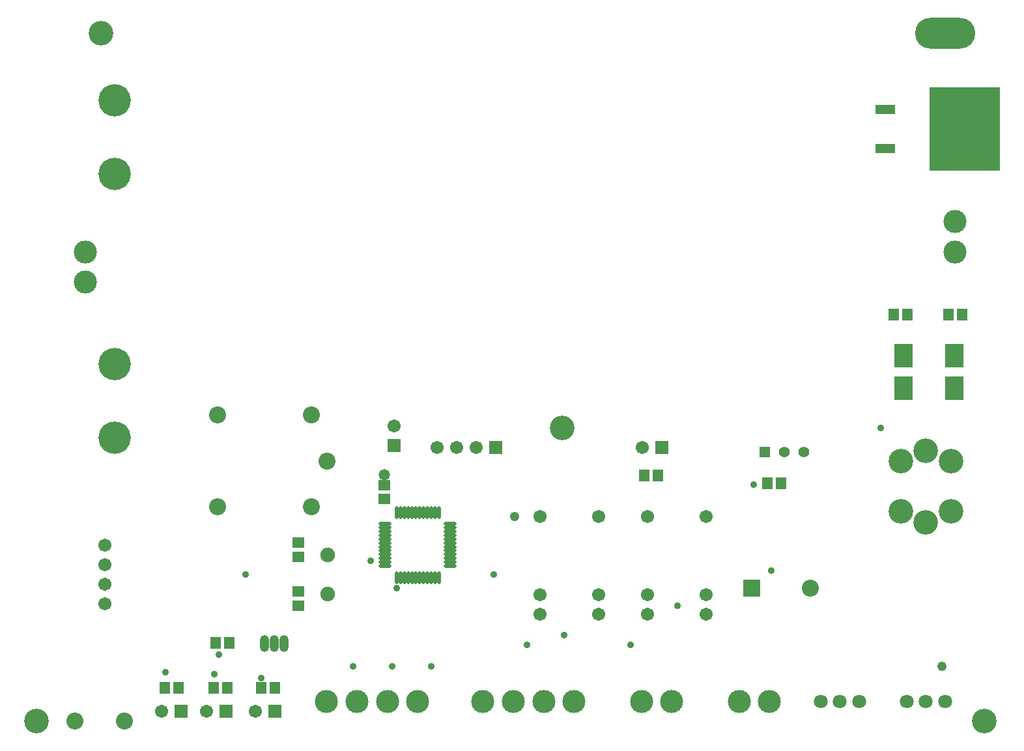
<source format=gts>
%FSTAX25Y25*%
%MOIN*%
G70*
G01*
G75*
G04 Layer_Color=8388736*
%ADD10R,0.04724X0.05512*%
%ADD11R,0.35039X0.41929*%
%ADD12R,0.09449X0.04134*%
%ADD13R,0.05512X0.04724*%
%ADD14R,0.08465X0.11221*%
%ADD15O,0.01181X0.05709*%
%ADD16O,0.05709X0.01181*%
%ADD17C,0.01000*%
%ADD18C,0.01500*%
%ADD19C,0.03000*%
%ADD20C,0.02000*%
%ADD21C,0.11811*%
%ADD22C,0.11000*%
%ADD23C,0.06693*%
%ADD24O,0.03937X0.07874*%
%ADD25O,0.03937X0.07874*%
%ADD26C,0.07874*%
%ADD27R,0.04724X0.04724*%
%ADD28C,0.04724*%
%ADD29C,0.15748*%
%ADD30C,0.05906*%
%ADD31R,0.05906X0.05906*%
%ADD32R,0.07874X0.07874*%
%ADD33R,0.05906X0.05906*%
%ADD34O,0.30000X0.15000*%
%ADD35C,0.06299*%
%ADD36C,0.05000*%
%ADD37C,0.04000*%
%ADD38C,0.02756*%
%ADD39R,0.02362X0.03347*%
%ADD40R,0.03347X0.02362*%
%ADD41R,0.06693X0.06693*%
%ADD42R,0.06693X0.06693*%
%ADD43C,0.05000*%
%ADD44C,0.10000*%
%ADD45C,0.00984*%
%ADD46C,0.00787*%
%ADD47C,0.02362*%
%ADD48R,0.05524X0.06312*%
%ADD49R,0.35839X0.42729*%
%ADD50R,0.10249X0.04934*%
%ADD51R,0.06312X0.05524*%
%ADD52R,0.09265X0.12020*%
%ADD53O,0.01981X0.06509*%
%ADD54O,0.06509X0.01981*%
%ADD55C,0.12611*%
%ADD56C,0.11800*%
%ADD57C,0.07493*%
%ADD58O,0.04737X0.08674*%
%ADD59O,0.04737X0.08674*%
%ADD60C,0.08674*%
%ADD61R,0.05524X0.05524*%
%ADD62C,0.05524*%
%ADD63C,0.16548*%
%ADD64C,0.06706*%
%ADD65R,0.06706X0.06706*%
%ADD66R,0.08674X0.08674*%
%ADD67R,0.06706X0.06706*%
%ADD68O,0.30800X0.15800*%
%ADD69C,0.07099*%
%ADD70C,0.05800*%
%ADD71C,0.04800*%
%ADD72C,0.03556*%
D48*
X0129957Y0027D02*
D03*
X0137043D02*
D03*
X0105457D02*
D03*
X0112543D02*
D03*
X0080457D02*
D03*
X0087543D02*
D03*
X0388957Y01315D02*
D03*
X0396043D02*
D03*
X0113543Y005D02*
D03*
X0106457D02*
D03*
X0333043Y01355D02*
D03*
X0325957D02*
D03*
X0460543Y0218D02*
D03*
X0453457D02*
D03*
X0481457Y0218D02*
D03*
X0488543D02*
D03*
D49*
X0489976Y0313D02*
D03*
D50*
X0449228Y0303D02*
D03*
Y0323D02*
D03*
D51*
X0149Y0068957D02*
D03*
Y0076043D02*
D03*
X0149Y0101043D02*
D03*
Y0093957D02*
D03*
X0193Y0123457D02*
D03*
Y0130543D02*
D03*
D52*
X04845Y0196768D02*
D03*
Y0180232D02*
D03*
X04585Y0196768D02*
D03*
Y0180232D02*
D03*
D53*
X0199173Y0116634D02*
D03*
X0201142D02*
D03*
X020311D02*
D03*
X0205079D02*
D03*
X0207047D02*
D03*
X0209016D02*
D03*
X0210984D02*
D03*
X0212953D02*
D03*
X0214921D02*
D03*
X021689D02*
D03*
X0218858D02*
D03*
X0220827D02*
D03*
Y0083366D02*
D03*
X0218858D02*
D03*
X021689D02*
D03*
X0214921D02*
D03*
X0212953D02*
D03*
X0210984D02*
D03*
X0209016D02*
D03*
X0207047D02*
D03*
X0205079D02*
D03*
X020311D02*
D03*
X0201142D02*
D03*
X0199173D02*
D03*
D54*
X0226634Y0110827D02*
D03*
Y0108858D02*
D03*
Y010689D02*
D03*
Y0104921D02*
D03*
Y0102953D02*
D03*
Y0100984D02*
D03*
Y0099016D02*
D03*
Y0097047D02*
D03*
Y0095079D02*
D03*
Y009311D02*
D03*
Y0091142D02*
D03*
Y0089173D02*
D03*
X0193366D02*
D03*
Y0091142D02*
D03*
Y009311D02*
D03*
Y0095079D02*
D03*
Y0097047D02*
D03*
Y0099016D02*
D03*
Y0100984D02*
D03*
Y0102953D02*
D03*
Y0104921D02*
D03*
Y010689D02*
D03*
Y0108858D02*
D03*
Y0110827D02*
D03*
D55*
X0284Y016D02*
D03*
X047Y0148307D02*
D03*
X0482945Y0142945D02*
D03*
X047Y0111693D02*
D03*
X0457055Y0117055D02*
D03*
Y0142945D02*
D03*
X0482945Y0117055D02*
D03*
X0015Y001D02*
D03*
X05Y001D02*
D03*
X0048Y0362D02*
D03*
D56*
X0485Y0265591D02*
D03*
Y025D02*
D03*
X004Y0234409D02*
D03*
Y025D02*
D03*
X0163228Y002D02*
D03*
X0178819D02*
D03*
X0194409D02*
D03*
X021D02*
D03*
X0243228D02*
D03*
X0258819D02*
D03*
X027441D02*
D03*
X029D02*
D03*
X032441D02*
D03*
X034D02*
D03*
X037441D02*
D03*
X039D02*
D03*
D57*
X0164Y0095D02*
D03*
Y0075D02*
D03*
D58*
X01315Y00495D02*
D03*
X01415D02*
D03*
D59*
X01365D02*
D03*
D60*
X0034409Y001D02*
D03*
X006D02*
D03*
X0410917Y0078D02*
D03*
X0163488Y0143D02*
D03*
X0155614Y0119378D02*
D03*
Y0166622D02*
D03*
X0107583Y0119378D02*
D03*
Y0166622D02*
D03*
D61*
X03875Y01475D02*
D03*
D62*
X03975D02*
D03*
X04075D02*
D03*
D63*
X0055Y0155D02*
D03*
Y0192402D02*
D03*
Y0327401D02*
D03*
Y029D02*
D03*
D64*
X005Y01D02*
D03*
Y007D02*
D03*
Y008D02*
D03*
Y009D02*
D03*
X022Y015D02*
D03*
X023D02*
D03*
X024D02*
D03*
X0325Y015D02*
D03*
X03025Y00645D02*
D03*
Y00745D02*
D03*
Y01145D02*
D03*
X02725D02*
D03*
Y00745D02*
D03*
Y00645D02*
D03*
X03575D02*
D03*
Y00745D02*
D03*
Y01145D02*
D03*
X03275D02*
D03*
Y00745D02*
D03*
Y00645D02*
D03*
X0127Y0015D02*
D03*
X0102D02*
D03*
X0079D02*
D03*
X0198Y0161D02*
D03*
D65*
X025Y015D02*
D03*
X0335Y015D02*
D03*
X0137Y0015D02*
D03*
X0112D02*
D03*
X0089D02*
D03*
D66*
X0380996Y0078D02*
D03*
D67*
X0198Y0151D02*
D03*
D68*
X048Y0362D02*
D03*
D69*
X0435843Y002D02*
D03*
X0426D02*
D03*
X0416157D02*
D03*
X0479843D02*
D03*
X047D02*
D03*
X0460157D02*
D03*
D70*
X05Y03D02*
D03*
X049D02*
D03*
X048D02*
D03*
X05Y031D02*
D03*
X049D02*
D03*
X048D02*
D03*
X05Y032D02*
D03*
X049D02*
D03*
X048D02*
D03*
X05Y033D02*
D03*
X049D02*
D03*
X048D02*
D03*
X0193Y0136D02*
D03*
D71*
X02595Y01145D02*
D03*
X0478158Y0038D02*
D03*
D72*
X0249Y0085D02*
D03*
X013Y0032D02*
D03*
X0106Y0034D02*
D03*
X0081Y0035D02*
D03*
X0108087Y0044D02*
D03*
X0319Y0049D02*
D03*
X0266D02*
D03*
X0447Y016D02*
D03*
X0199346Y0078D02*
D03*
X0186Y0092D02*
D03*
X0177Y0038D02*
D03*
X0197D02*
D03*
X0217D02*
D03*
X0285Y0054D02*
D03*
X0391Y0087D02*
D03*
X0343Y0069D02*
D03*
X0382Y0131D02*
D03*
X0122Y0085D02*
D03*
M02*

</source>
